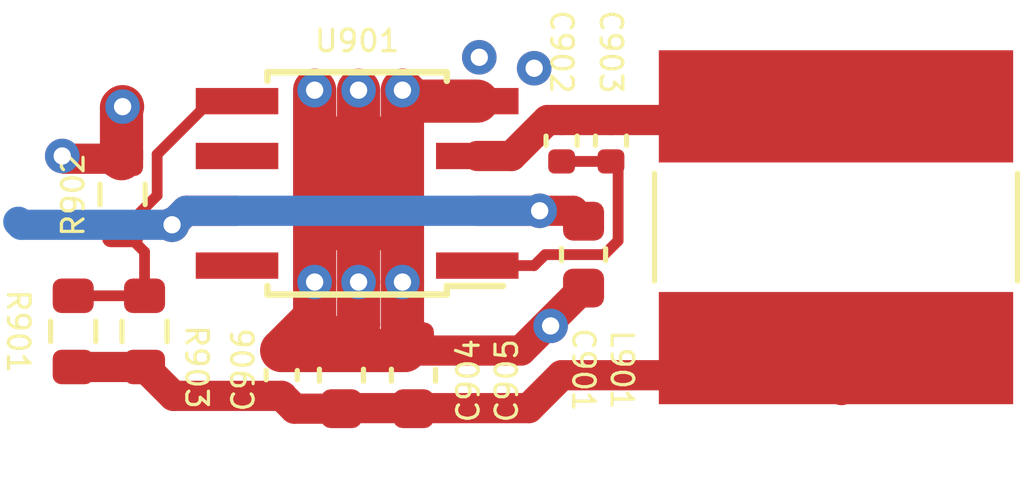
<source format=kicad_pcb>
(kicad_pcb (version 20221018) (generator pcbnew)
  (layers (0 "F.Cu" signal) (31 "B.Cu" signal) (34 "B.Paste" user) (35 "F.Paste" user) (36 "B.SilkS" user "B.Silkscreen") (37 "F.SilkS" user "F.Silkscreen") (38 "B.Mask" user) (39 "F.Mask" user) (44 "Edge.Cuts" user))
  (net 0 "")
  (net 1 "VCC")
  (net 2 "GND")
  (net 3 "Net-(U901-BS)")
  (net 4 "Net-(U901-SW)")
  (net 5 "Net-(U901-FB)")
  (net 8 "+5V")
  (footprint "Resistor_SMD:R_0603_1608Metric" (layer "F.Cu") (at 82.423 98.933 90)
    (fp_text reference "R901" (at 0 -1.27 270 unlocked) (layer "F.SilkS") (effects (font (size 0.5 0.5) (thickness 0.075))))
    (fp_text value "220k")
    (fp_line (start -0.237258 -0.5225) (end 0.237258 -0.5225) (stroke (width 0.12)) (layer "F.SilkS"))
    (fp_line (start -0.237258 0.5225) (end 0.237258 0.5225) (stroke (width 0.12)) (layer "F.SilkS"))
    (pad "1" smd roundrect (at -0.825 0 90) (size 0.8 0.95) (layers "F.Cu" "F.Paste" "F.Mask") (net 8 "+5V"))
    (pad "2" smd roundrect (at 0.825 0 90) (size 0.8 0.95) (layers "F.Cu" "F.Paste" "F.Mask") (net 5 "Net-(U901-FB)"))
  )
  (footprint "Inductor_SMD:L_Bourns-SRN8040_8x8.15mm" (layer "F.Cu") (at 100.076 96.52 -90)
    (fp_text reference "L901" (at 3.302 4.953 -90 unlocked) (layer "F.SilkS") (effects (font (size 0.5 0.5) (thickness 0.075))))
    (fp_text value "L")
    (fp_line (start -1.25 4.2) (end 1.25 4.2) (stroke (width 0.12)) (layer "F.SilkS"))
    (fp_line (start 1.25 -4.2) (end -1.25 -4.2) (stroke (width 0.12)) (layer "F.SilkS"))
    (pad "1" smd rect (at -2.8 0 270) (size 2.6 8.2) (layers "F.Cu" "F.Paste" "F.Mask") (net 4 "Net-(U901-SW)"))
    (pad "2" smd rect (at 2.8 0 270) (size 2.6 8.2) (layers "F.Cu" "F.Paste" "F.Mask") (net 8 "+5V"))
  )
  (footprint "Resistor_SMD:R_0603_1608Metric" (layer "F.Cu") (at 84.074 98.933 -90)
    (fp_text reference "R903" (at 0.825 -1.206 -90 unlocked) (layer "F.SilkS") (effects (font (size 0.5 0.5) (thickness 0.075))))
    (fp_text value "150k")
    (fp_line (start -0.237258 -0.5225) (end 0.237258 -0.5225) (stroke (width 0.12)) (layer "F.SilkS"))
    (fp_line (start -0.237258 0.5225) (end 0.237258 0.5225) (stroke (width 0.12)) (layer "F.SilkS"))
    (pad "1" smd roundrect (at -0.825 0 270) (size 0.8 0.95) (layers "F.Cu" "F.Paste" "F.Mask") (net 5 "Net-(U901-FB)"))
    (pad "2" smd roundrect (at 0.825 0 270) (size 0.8 0.95) (layers "F.Cu" "F.Paste" "F.Mask") (net 8 "+5V"))
  )
  (footprint "Capacitor_SMD:C_0402_1005Metric" (layer "F.Cu") (at 87.249 99.947 90)
    (fp_text reference "C906" (at 0.125 -0.889 90 unlocked) (layer "F.SilkS") (effects (font (size 0.5 0.5) (thickness 0.075))))
    (fp_text value "100nF")
    (fp_line (start -0.107836 -0.36) (end 0.107836 -0.36) (stroke (width 0.12)) (layer "F.SilkS"))
    (fp_line (start -0.107836 0.36) (end 0.107836 0.36) (stroke (width 0.12)) (layer "F.SilkS"))
    (pad "1" smd roundrect (at -0.48 0 90) (size 0.56 0.62) (layers "F.Cu" "F.Paste" "F.Mask") (net 8 "+5V"))
    (pad "2" smd roundrect (at 0.48 0 90) (size 0.56 0.62) (layers "F.Cu" "F.Paste" "F.Mask") (net 2 "GND"))
  )
  (footprint "Package_SO:TI_SO-PowerPAD-8" (layer "F.Cu") (at 88.9945 95.504 180)
    (fp_text reference "U901" (at 0 3.302 unlocked) (layer "F.SilkS") (effects (font (size 0.5 0.5) (thickness 0.075))))
    (fp_text value "MT2499A")
    (fp_line (start -2.075 -2.575) (end -2.075 -2.375) (stroke (width 0.15)) (layer "F.SilkS"))
    (fp_line (start -2.075 -2.575) (end 2.075 -2.575) (stroke (width 0.15)) (layer "F.SilkS"))
    (fp_line (start -2.075 -2.375) (end -3.375 -2.375) (stroke (width 0.15)) (layer "F.SilkS"))
    (fp_line (start -2.075 2.575) (end -2.075 2.375) (stroke (width 0.15)) (layer "F.SilkS"))
    (fp_line (start -2.075 2.575) (end 2.075 2.575) (stroke (width 0.15)) (layer "F.SilkS"))
    (fp_line (start 2.075 -2.575) (end 2.075 -2.375) (stroke (width 0.15)) (layer "F.SilkS"))
    (fp_line (start 2.075 2.575) (end 2.075 2.375) (stroke (width 0.15)) (layer "F.SilkS"))
    (pad "1" smd rect (at -2.78 -1.905 180) (size 1.91 0.61) (layers "F.Cu" "F.Paste" "F.Mask") (net 3 "Net-(U901-BS)"))
    (pad "2" smd rect (at -2.78 -0.635 180) (size 1.91 0.61) (layers "F.Cu" "F.Paste" "F.Mask") (net 1 "VCC"))
    (pad "3" smd rect (at -2.78 0.635 180) (size 1.91 0.61) (layers "F.Cu" "F.Paste" "F.Mask") (net 4 "Net-(U901-SW)"))
    (pad "4" smd rect (at -2.78 1.905 180) (size 1.91 0.61) (layers "F.Cu" "F.Paste" "F.Mask") (net 2 "GND"))
    (pad "5" smd rect (at 2.78 1.905 180) (size 1.91 0.61) (layers "F.Cu" "F.Paste" "F.Mask") (net 5 "Net-(U901-FB)"))
    (pad "6" smd rect (at 2.78 0.635 180) (size 1.91 0.61) (layers "F.Cu" "F.Paste" "F.Mask"))
    (pad "7" smd rect (at 2.78 -0.635 180) (size 1.91 0.61) (layers "F.Cu" "F.Paste" "F.Mask") (net 1 "VCC"))
    (pad "8" smd rect (at 2.78 -1.905 180) (size 1.91 0.61) (layers "F.Cu" "F.Paste" "F.Mask"))
    (pad "9" smd rect (at -0.6025 -0.775 180) (size 1.205 1.55) (layers "F.Cu" "F.Paste" "F.Mask") (net 2 "GND"))
    (pad "9" smd rect (at -0.6025 0.775 180) (size 1.205 1.55) (layers "F.Cu" "F.Paste" "F.Mask") (net 2 "GND"))
    (pad "9" smd rect (at 0.6025 -0.775 180) (size 1.205 1.55) (layers "F.Cu" "F.Paste" "F.Mask") (net 2 "GND"))
    (pad "9" smd rect (at 0.6025 0.775 180) (size 1.205 1.55) (layers "F.Cu" "F.Paste" "F.Mask") (net 2 "GND"))
  )
  (footprint "Capacitor_SMD:C_0402_1005Metric" (layer "F.Cu") (at 94.869 94.516 90)
    (fp_text reference "C903" (at 2.06 0 270 unlocked) (layer "F.SilkS") (effects (font (size 0.5 0.5) (thickness 0.075))))
    (fp_text value "22nF")
    (fp_line (start -0.107836 -0.36) (end 0.107836 -0.36) (stroke (width 0.12)) (layer "F.SilkS"))
    (fp_line (start -0.107836 0.36) (end 0.107836 0.36) (stroke (width 0.12)) (layer "F.SilkS"))
    (pad "1" smd roundrect (at -0.48 0 90) (size 0.56 0.62) (layers "F.Cu" "F.Paste" "F.Mask") (net 3 "Net-(U901-BS)"))
    (pad "2" smd roundrect (at 0.48 0 90) (size 0.56 0.62) (layers "F.Cu" "F.Paste" "F.Mask") (net 4 "Net-(U901-SW)"))
  )
  (footprint "Resistor_SMD:R_0603_1608Metric" (layer "F.Cu") (at 83.566 95.758 90)
    (fp_text reference "R902" (at -0.012 -1.143 90 unlocked) (layer "F.SilkS") (effects (font (size 0.5 0.5) (thickness 0.075))))
    (fp_text value "20k")
    (fp_line (start -0.237258 -0.5225) (end 0.237258 -0.5225) (stroke (width 0.12)) (layer "F.SilkS"))
    (fp_line (start -0.237258 0.5225) (end 0.237258 0.5225) (stroke (width 0.12)) (layer "F.SilkS"))
    (pad "1" smd roundrect (at -0.825 0 90) (size 0.8 0.95) (layers "F.Cu" "F.Paste" "F.Mask") (net 5 "Net-(U901-FB)"))
    (pad "2" smd roundrect (at 0.825 0 90) (size 0.8 0.95) (layers "F.Cu" "F.Paste" "F.Mask") (net 2 "GND"))
  )
  (footprint "Capacitor_SMD:C_0603_1608Metric" (layer "F.Cu") (at 94.234 97.155 -90)
    (fp_text reference "C901" (at 2.667 0 -90 unlocked) (layer "F.SilkS") (effects (font (size 0.5 0.5) (thickness 0.075))))
    (fp_text value "22uF")
    (fp_line (start -0.14058 -0.51) (end 0.14058 -0.51) (stroke (width 0.12)) (layer "F.SilkS"))
    (fp_line (start -0.14058 0.51) (end 0.14058 0.51) (stroke (width 0.12)) (layer "F.SilkS"))
    (pad "1" smd roundrect (at -0.775 0 270) (size 0.9 0.95) (layers "F.Cu" "F.Paste" "F.Mask") (net 1 "VCC"))
    (pad "2" smd roundrect (at 0.775 0 270) (size 0.9 0.95) (layers "F.Cu" "F.Paste" "F.Mask") (net 2 "GND"))
  )
  (footprint "Capacitor_SMD:C_0603_1608Metric" (layer "F.Cu") (at 90.297 99.949 90)
    (fp_text reference "C905" (at -0.127 2.159 90 unlocked) (layer "F.SilkS") (effects (font (size 0.5 0.5) (thickness 0.075))))
    (fp_text value "22uF")
    (fp_line (start -0.14058 -0.51) (end 0.14058 -0.51) (stroke (width 0.12)) (layer "F.SilkS"))
    (fp_line (start -0.14058 0.51) (end 0.14058 0.51) (stroke (width 0.12)) (layer "F.SilkS"))
    (pad "1" smd roundrect (at -0.775 0 90) (size 0.9 0.95) (layers "F.Cu" "F.Paste" "F.Mask") (net 8 "+5V"))
    (pad "2" smd roundrect (at 0.775 0 90) (size 0.9 0.95) (layers "F.Cu" "F.Paste" "F.Mask") (net 2 "GND"))
  )
  (footprint "Capacitor_SMD:C_0402_1005Metric" (layer "F.Cu") (at 93.726 94.516 90)
    (fp_text reference "C902" (at 2.06 0 270 unlocked) (layer "F.SilkS") (effects (font (size 0.5 0.5) (thickness 0.075))))
    (fp_text value "100nF")
    (fp_line (start -0.107836 -0.36) (end 0.107836 -0.36) (stroke (width 0.12)) (layer "F.SilkS"))
    (fp_line (start -0.107836 0.36) (end 0.107836 0.36) (stroke (width 0.12)) (layer "F.SilkS"))
    (pad "1" smd roundrect (at -0.48 0 90) (size 0.56 0.62) (layers "F.Cu" "F.Paste" "F.Mask") (net 3 "Net-(U901-BS)"))
    (pad "2" smd roundrect (at 0.48 0 90) (size 0.56 0.62) (layers "F.Cu" "F.Paste" "F.Mask") (net 4 "Net-(U901-SW)"))
  )
  (footprint "Capacitor_SMD:C_0603_1608Metric" (layer "F.Cu") (at 88.631 99.949 90)
    (fp_text reference "C904" (at -0.127 2.936 90 unlocked) (layer "F.SilkS") (effects (font (size 0.5 0.5) (thickness 0.075))))
    (fp_text value "22uF")
    (fp_line (start -0.14058 -0.51) (end 0.14058 -0.51) (stroke (width 0.12)) (layer "F.SilkS"))
    (fp_line (start -0.14058 0.51) (end 0.14058 0.51) (stroke (width 0.12)) (layer "F.SilkS"))
    (pad "1" smd roundrect (at -0.775 0 90) (size 0.9 0.95) (layers "F.Cu" "F.Paste" "F.Mask") (net 8 "+5V"))
    (pad "2" smd roundrect (at 0.775 0 90) (size 0.9 0.95) (layers "F.Cu" "F.Paste" "F.Mask") (net 2 "GND"))
  )
  (segment (start 93.993 96.139) (end 94.234 96.38) (width 0.7) (layer "F.Cu") (net 1))
  (segment (start 85.0346 96.139) (end 86.2145 96.139) (width 0.7) (layer "F.Cu") (net 1))
  (segment (start 93.218 96.139) (end 93.993 96.139) (width 0.7) (layer "F.Cu") (net 1))
  (segment (start 91.7745 96.139) (end 93.218 96.139) (width 0.7) (layer "F.Cu") (net 1))
  (segment (start 84.71055 96.46305) (end 85.0346 96.139) (width 0.7) (layer "F.Cu") (net 1))
  (via (at 93.218 96.139) (size 0.8) (drill 0.4) (layers "F.Cu" "B.Cu") (net 1))
  (via (at 84.71055 96.46305) (size 0.8) (drill 0.4) (layers "F.Cu" "B.Cu") (net 1))
  (segment (start 84.71055 96.46305) (end 81.22305 96.46305) (width 0.7) (layer "B.Cu") (net 1))
  (segment (start 93.218 96.139) (end 85.0346 96.139) (width 0.7) (layer "B.Cu") (net 1))
  (segment (start 81.22305 96.46305) (end 81.153 96.393) (width 0.7) (layer "B.Cu") (net 1))
  (segment (start 85.0346 96.139) (end 84.71055 96.46305) (width 0.7) (layer "B.Cu") (net 1))
  (segment (start 82.233 94.933) (end 82.169 94.869) (width 0.7) (layer "F.Cu") (net 2))
  (segment (start 89.027 98.778) (end 88.631 99.174) (width 1) (layer "F.Cu") (net 2))
  (segment (start 89.027 97.79) (end 89.027 93.345) (width 1) (layer "F.Cu") (net 2))
  (segment (start 89.027 97.79) (end 89.027 98.778) (width 1) (layer "F.Cu") (net 2))
  (segment (start 83.566 93.726) (end 83.541 93.751) (width 1) (layer "F.Cu") (net 2))
  (segment (start 90.043 98.92) (end 90.297 99.174) (width 1) (layer "F.Cu") (net 2))
  (segment (start 94.247 97.917) (end 94.234 97.93) (width 0.7) (layer "F.Cu") (net 2))
  (segment (start 90.297 99.174) (end 90.094 99.377) (width 1) (layer "F.Cu") (net 2))
  (segment (start 90.043 97.79) (end 90.043 98.92) (width 1) (layer "F.Cu") (net 2))
  (segment (start 83.566 94.933) (end 82.233 94.933) (width 0.7) (layer "F.Cu") (net 2))
  (segment (start 91.7745 93.599) (end 90.297 93.599) (width 1) (layer "F.Cu") (net 2))
  (segment (start 89.408 99.377) (end 87.249 99.377) (width 1) (layer "F.Cu") (net 2))
  (segment (start 90.297 93.599) (end 90.043 93.345) (width 1) (layer "F.Cu") (net 2))
  (segment (start 88.011 98.615) (end 88.011 97.79) (width 1) (layer "F.Cu") (net 2))
  (segment (start 88.011 93.345) (end 88.011 97.79) (width 1) (layer "F.Cu") (net 2))
  (segment (start 87.249 99.377) (end 88.011 98.615) (width 1) (layer "F.Cu") (net 2))
  (segment (start 83.541 93.751) (end 83.541 94.933) (width 1) (layer "F.Cu") (net 2))
  (segment (start 92.787 99.377) (end 89.408 99.377) (width 0.7) (layer "F.Cu") (net 2))
  (segment (start 90.043 93.345) (end 90.043 97.79) (width 1) (layer "F.Cu") (net 2))
  (segment (start 94.234 97.93) (end 92.787 99.377) (width 0.7) (layer "F.Cu") (net 2))
  (segment (start 90.094 99.377) (end 89.408 99.377) (width 1) (layer "F.Cu") (net 2))
  (via (at 88.011 93.345) (size 0.8) (drill 0.4) (layers "F.Cu" "B.Cu") (net 2))
  (via (at 89.027 93.345) (size 0.8) (drill 0.4) (layers "F.Cu" "B.Cu") (net 2))
  (via (at 90.043 97.79) (size 0.8) (drill 0.4) (layers "F.Cu" "B.Cu") (net 2))
  (via (at 93.472 98.806) (size 0.8) (drill 0.4) (layers "F.Cu" "B.Cu") (net 2))
  (via (at 88.011 97.79) (size 0.8) (drill 0.4) (layers "F.Cu" "B.Cu") (net 2))
  (via (at 82.169 94.869) (size 0.8) (drill 0.4) (layers "F.Cu" "B.Cu") (net 2))
  (via (at 83.566 93.726) (size 0.8) (drill 0.4) (layers "F.Cu" "B.Cu") (net 2))
  (via (at 93.091 92.837) (size 0.8) (drill 0.4) (layers "F.Cu" "B.Cu") (net 2))
  (via (at 89.027 97.79) (size 0.8) (drill 0.4) (layers "F.Cu" "B.Cu") (net 2))
  (via (at 91.821 92.583) (size 0.8) (drill 0.4) (layers "F.Cu" "B.Cu") (net 2))
  (via (at 90.043 93.345) (size 0.8) (drill 0.4) (layers "F.Cu" "B.Cu") (net 2))
  (segment (start 94.711817 97.155) (end 93.345 97.155) (width 0.25) (layer "F.Cu") (net 3))
  (segment (start 91.7745 97.409) (end 93.091 97.409) (width 0.25) (layer "F.Cu") (net 3))
  (segment (start 93.091 97.409) (end 93.345 97.155) (width 0.25) (layer "F.Cu") (net 3))
  (segment (start 95.034 96.832817) (end 94.711817 97.155) (width 0.25) (layer "F.Cu") (net 3))
  (segment (start 94.869 94.996) (end 93.726 94.996) (width 0.25) (layer "F.Cu") (net 3))
  (segment (start 94.869 94.996) (end 95.034 95.161) (width 0.25) (layer "F.Cu") (net 3))
  (segment (start 95.034 95.161) (end 95.034 96.832817) (width 0.25) (layer "F.Cu") (net 3))
  (segment (start 91.7745 94.869) (end 92.567193 94.869) (width 0.7) (layer "F.Cu") (net 4))
  (segment (start 92.567193 94.869) (end 93.400193 94.036) (width 0.7) (layer "F.Cu") (net 4))
  (segment (start 93.400193 94.036) (end 93.726 94.036) (width 0.7) (layer "F.Cu") (net 4))
  (segment (start 93.726 94.036) (end 94.869 94.036) (width 0.7) (layer "F.Cu") (net 4))
  (segment (start 94.869 94.036) (end 97.988 94.036) (width 0.7) (layer "F.Cu") (net 4))
  (segment (start 84.366 95.783) (end 84.366 94.831) (width 0.25) (layer "F.Cu") (net 5))
  (segment (start 84.074 98.108) (end 84.074 97.091) (width 0.25) (layer "F.Cu") (net 5))
  (segment (start 84.074 97.091) (end 83.566 96.583) (width 0.25) (layer "F.Cu") (net 5))
  (segment (start 84.074 98.108) (end 82.423 98.108) (width 0.25) (layer "F.Cu") (net 5))
  (segment (start 84.366 94.831) (end 85.598 93.599) (width 0.25) (layer "F.Cu") (net 5))
  (segment (start 83.566 96.583) (end 84.366 95.783) (width 0.25) (layer "F.Cu") (net 5))
  (segment (start 85.598 93.599) (end 86.2145 93.599) (width 0.25) (layer "F.Cu") (net 5))
  (segment (start 99.859 99.949) (end 93.726 99.949) (width 0.7) (layer "F.Cu") (net 8))
  (segment (start 88.631 100.724) (end 87.546 100.724) (width 0.7) (layer "F.Cu") (net 8))
  (segment (start 100.203 100.293) (end 99.859 99.949) (width 0.7) (layer "F.Cu") (net 8))
  (segment (start 88.644 100.711) (end 88.631 100.724) (width 0.7) (layer "F.Cu") (net 8))
  (segment (start 92.964 100.711) (end 88.644 100.711) (width 0.7) (layer "F.Cu") (net 8))
  (segment (start 87.546 100.724) (end 87.249 100.427) (width 0.7) (layer "F.Cu") (net 8))
  (segment (start 87.249 100.427) (end 84.743 100.427) (width 0.7) (layer "F.Cu") (net 8))
  (segment (start 84.743 100.427) (end 84.074 99.758) (width 0.7) (layer "F.Cu") (net 8))
  (segment (start 93.726 99.949) (end 92.964 100.711) (width 0.7) (layer "F.Cu") (net 8))
  (segment (start 84.074 99.758) (end 82.423 99.758) (width 0.7) (layer "F.Cu") (net 8))
)
</source>
